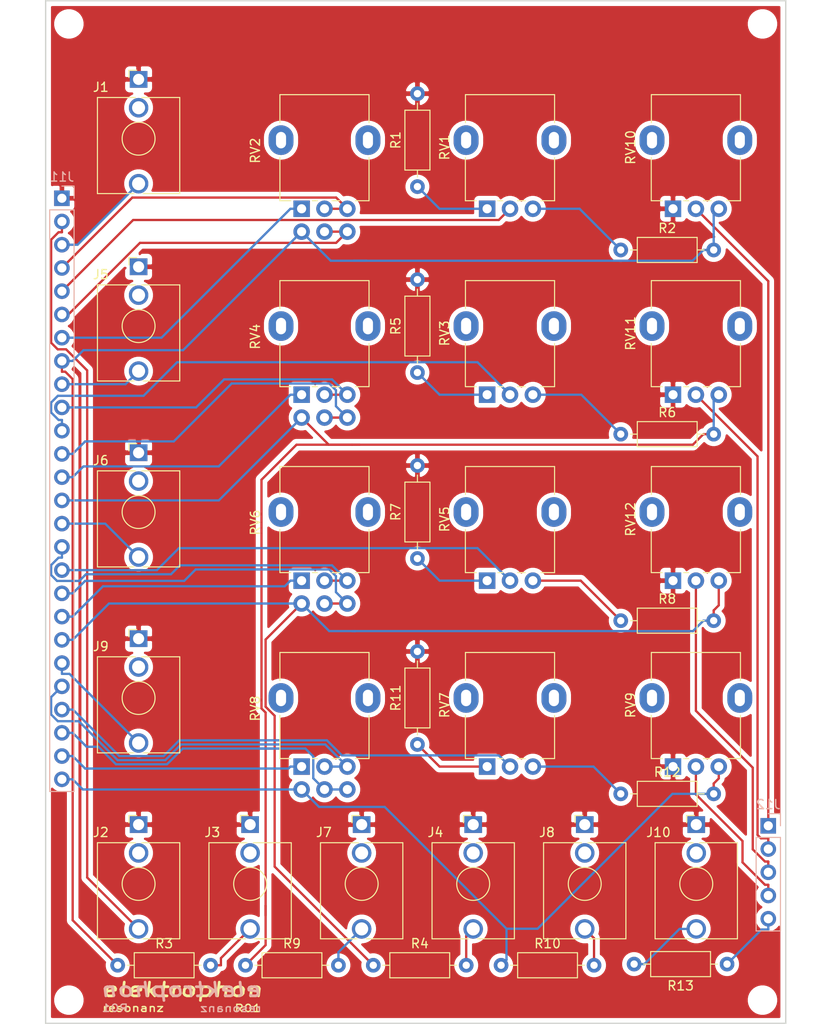
<source format=kicad_pcb>
(kicad_pcb (version 20171130) (host pcbnew 5.1.6-c6e7f7d~86~ubuntu20.04.1)
  (title_block (title resonanz) (date 2020-06-13) (rev R01) (comment 1 "PCB for mount circuit") (comment 2 "resonant band pass filter") (comment 4 "License CC BY 4.0 - Attribution 4.0 International"))
  (layers (0 F.Cu signal) (31 B.Cu signal) (34 B.Paste user) (35 F.Paste user) (36 B.SilkS user) (37 F.SilkS user) (38 B.Mask user) (39 F.Mask user) (44 Edge.Cuts user))
  (net 0 "")
  (net 1 GND)
  (net 2 "Net-(J10-PadT)")
  (net 3 "Net-(J3-PadT)")
  (net 4 OUT_1)
  (net 5 "Net-(R1-Pad1)")
  (net 6 "Net-(R5-Pad1)")
  (net 7 IN_1)
  (net 8 IN)
  (net 9 IN_2)
  (net 10 OUT)
  (net 11 OUT_3)
  (net 12 FREQ_3_c)
  (net 13 FREQ_3_b)
  (net 14 FREQ_3_a)
  (net 15 RES_3)
  (net 16 IN_3)
  (net 17 OUT_2)
  (net 18 FREQ_2_c)
  (net 19 FREQ_2_b)
  (net 20 FREQ_2_a)
  (net 21 RES_2)
  (net 22 FREQ_1_c)
  (net 23 FREQ_1_b)
  (net 24 FREQ_1_a)
  (net 25 RES_1)
  (net 26 "Net-(R8-Pad1)")
  (net 27 IN_4)
  (net 28 OUT_4)
  (net 29 FREQ_4_b)
  (net 30 FREQ_4_c)
  (net 31 RES_4)
  (net 32 FREQ_4_a)
  (net 33 MIX_4)
  (net 34 MIX_3)
  (net 35 MIX_2)
  (net 36 MIX_1)
  (net 37 "Net-(R11-Pad1)")
  (net 38 "Net-(R12-Pad1)")
  (net 39 "Net-(J4-PadT)")
  (net 40 "Net-(J7-PadT)")
  (net 41 "Net-(J8-PadT)")
  (net 42 "Net-(R2-Pad1)")
  (net 43 "Net-(R6-Pad1)")
  (net 44 "Net-(R7-Pad1)")
  (module "elektrophon:elektrophon logo" (layer F.Cu) (at 55.626 149.733)
    (fp_text reference REF** hide)
    (fp_text value "elektrophon logo" hide)
    (fp_text user resonanz (at -8.88 1) (layer F.SilkS) (effects (font (size 0.8 1)) (justify left)))
    (fp_text user elektrophon (at 0 -1.016) (layer F.SilkS) (effects (font (size 1.5 2) (thickness 0.3) italic)))
  )
  (module Connector_PinHeader_2.54mm:PinHeader_1x05_P2.54mm_Vertical (layer B.Cu) (at 119.634 130.81 180)
    (fp_text reference J12 (at 0 2.33) (layer B.SilkS) (effects (justify mirror)))
    (fp_text value Conn_01x05_Male)
    (pad 5 thru_hole oval (at 0 -10.16 180) (size 1.7 1.7) (drill 1) (layers *.Cu *.Mask) (net 10 OUT))
    (pad 4 thru_hole oval (at 0 -7.62 180) (size 1.7 1.7) (drill 1) (layers *.Cu *.Mask) (net 33 MIX_4))
    (pad 3 thru_hole oval (at 0 -5.08 180) (size 1.7 1.7) (drill 1) (layers *.Cu *.Mask) (net 34 MIX_3))
    (pad 2 thru_hole oval (at 0 -2.54 180) (size 1.7 1.7) (drill 1) (layers *.Cu *.Mask) (net 35 MIX_2))
    (pad 1 thru_hole rect (at 0 0 180) (size 1.7 1.7) (drill 1) (layers *.Cu *.Mask) (net 36 MIX_1))
  )
  (module Connector_PinHeader_2.54mm:PinHeader_1x26_P2.54mm_Vertical (layer B.Cu) (at 42.418 62.23 180)
    (fp_text reference J11 (at 0 2.33) (layer B.SilkS) (effects (justify mirror)))
    (fp_text value Conn_01x26_Male)
    (pad 26 thru_hole oval (at 0 -63.5 180) (size 1.7 1.7) (drill 1) (layers *.Cu *.Mask) (net 28 OUT_4))
    (pad 25 thru_hole oval (at 0 -60.96 180) (size 1.7 1.7) (drill 1) (layers *.Cu *.Mask) (net 29 FREQ_4_b))
    (pad 24 thru_hole oval (at 0 -58.42 180) (size 1.7 1.7) (drill 1) (layers *.Cu *.Mask) (net 30 FREQ_4_c))
    (pad 23 thru_hole oval (at 0 -55.88 180) (size 1.7 1.7) (drill 1) (layers *.Cu *.Mask) (net 31 RES_4))
    (pad 22 thru_hole oval (at 0 -53.34 180) (size 1.7 1.7) (drill 1) (layers *.Cu *.Mask) (net 32 FREQ_4_a))
    (pad 21 thru_hole oval (at 0 -50.8 180) (size 1.7 1.7) (drill 1) (layers *.Cu *.Mask) (net 27 IN_4))
    (pad 20 thru_hole oval (at 0 -48.26 180) (size 1.7 1.7) (drill 1) (layers *.Cu *.Mask) (net 11 OUT_3))
    (pad 19 thru_hole oval (at 0 -45.72 180) (size 1.7 1.7) (drill 1) (layers *.Cu *.Mask) (net 13 FREQ_3_b))
    (pad 18 thru_hole oval (at 0 -43.18 180) (size 1.7 1.7) (drill 1) (layers *.Cu *.Mask) (net 12 FREQ_3_c))
    (pad 17 thru_hole oval (at 0 -40.64 180) (size 1.7 1.7) (drill 1) (layers *.Cu *.Mask) (net 15 RES_3))
    (pad 16 thru_hole oval (at 0 -38.1 180) (size 1.7 1.7) (drill 1) (layers *.Cu *.Mask) (net 14 FREQ_3_a))
    (pad 15 thru_hole oval (at 0 -35.56 180) (size 1.7 1.7) (drill 1) (layers *.Cu *.Mask) (net 16 IN_3))
    (pad 14 thru_hole oval (at 0 -33.02 180) (size 1.7 1.7) (drill 1) (layers *.Cu *.Mask) (net 17 OUT_2))
    (pad 13 thru_hole oval (at 0 -30.48 180) (size 1.7 1.7) (drill 1) (layers *.Cu *.Mask) (net 19 FREQ_2_b))
    (pad 12 thru_hole oval (at 0 -27.94 180) (size 1.7 1.7) (drill 1) (layers *.Cu *.Mask) (net 18 FREQ_2_c))
    (pad 11 thru_hole oval (at 0 -25.4 180) (size 1.7 1.7) (drill 1) (layers *.Cu *.Mask) (net 21 RES_2))
    (pad 10 thru_hole oval (at 0 -22.86 180) (size 1.7 1.7) (drill 1) (layers *.Cu *.Mask) (net 20 FREQ_2_a))
    (pad 9 thru_hole oval (at 0 -20.32 180) (size 1.7 1.7) (drill 1) (layers *.Cu *.Mask) (net 9 IN_2))
    (pad 8 thru_hole oval (at 0 -17.78 180) (size 1.7 1.7) (drill 1) (layers *.Cu *.Mask) (net 4 OUT_1))
    (pad 7 thru_hole oval (at 0 -15.24 180) (size 1.7 1.7) (drill 1) (layers *.Cu *.Mask) (net 23 FREQ_1_b))
    (pad 6 thru_hole oval (at 0 -12.7 180) (size 1.7 1.7) (drill 1) (layers *.Cu *.Mask) (net 22 FREQ_1_c))
    (pad 5 thru_hole oval (at 0 -10.16 180) (size 1.7 1.7) (drill 1) (layers *.Cu *.Mask) (net 25 RES_1))
    (pad 4 thru_hole oval (at 0 -7.62 180) (size 1.7 1.7) (drill 1) (layers *.Cu *.Mask) (net 24 FREQ_1_a))
    (pad 3 thru_hole oval (at 0 -5.08 180) (size 1.7 1.7) (drill 1) (layers *.Cu *.Mask) (net 7 IN_1))
    (pad 2 thru_hole oval (at 0 -2.54 180) (size 1.7 1.7) (drill 1) (layers *.Cu *.Mask) (net 8 IN))
    (pad 1 thru_hole rect (at 0 0 180) (size 1.7 1.7) (drill 1) (layers *.Cu *.Mask) (net 1 GND))
  )
  (module Resistor_THT:R_Axial_DIN0207_L6.3mm_D2.5mm_P10.16mm_Horizontal (layer F.Cu) (at 103.505 127.318)
    (fp_text reference R12 (at 5.08 -2.37) (layer F.SilkS))
    (fp_text value 22k)
    (pad 2 thru_hole oval (at 10.16 0) (size 1.6 1.6) (drill 0.8) (layers *.Cu *.Mask) (net 28 OUT_4))
    (pad 1 thru_hole circle (at 0 0) (size 1.6 1.6) (drill 0.8) (layers *.Cu *.Mask) (net 38 "Net-(R12-Pad1)"))
  )
  (module Resistor_THT:R_Axial_DIN0207_L6.3mm_D2.5mm_P10.16mm_Horizontal (layer F.Cu) (at 103.505 108.394)
    (fp_text reference R8 (at 5.08 -2.37) (layer F.SilkS))
    (fp_text value 22k)
    (pad 2 thru_hole oval (at 10.16 0) (size 1.6 1.6) (drill 0.8) (layers *.Cu *.Mask) (net 11 OUT_3))
    (pad 1 thru_hole circle (at 0 0) (size 1.6 1.6) (drill 0.8) (layers *.Cu *.Mask) (net 26 "Net-(R8-Pad1)"))
  )
  (module Resistor_THT:R_Axial_DIN0207_L6.3mm_D2.5mm_P10.16mm_Horizontal (layer F.Cu) (at 103.505 88.011)
    (fp_text reference R6 (at 5.08 -2.37) (layer F.SilkS))
    (fp_text value 22k)
    (pad 2 thru_hole oval (at 10.16 0) (size 1.6 1.6) (drill 0.8) (layers *.Cu *.Mask) (net 17 OUT_2))
    (pad 1 thru_hole circle (at 0 0) (size 1.6 1.6) (drill 0.8) (layers *.Cu *.Mask) (net 43 "Net-(R6-Pad1)"))
  )
  (module "elektrophon:elektrophon logo" (layer F.Cu) (at 55.499 149.733)
    (fp_text reference REF** hide)
    (fp_text value "elektrophon logo" hide)
    (fp_text user resonanz (at 8.84 1.02) (layer B.SilkS) (effects (font (size 0.8 1)) (justify left mirror)))
    (fp_text user R01 (at -8.83 1) (layer B.SilkS) (effects (font (size 0.8 1)) (justify right mirror)))
    (fp_text user elektrophon (at 0 -1.016) (layer B.SilkS) (effects (font (size 1.5 2) (thickness 0.3) italic) (justify mirror)))
    (fp_text user R01 (at 8.8 1.02) (layer F.SilkS) (effects (font (size 0.8 1)) (justify right)))
  )
  (module elektrophon:Potentiometer_Alpha_RD902F-40-00D_Dual_Vertical (layer F.Cu) (at 71.12 116.84 90)
    (fp_text reference RV8 (at -1.15 -7.56 270) (layer F.SilkS))
    (fp_text value 100k)
    (pad 4 thru_hole circle (at -10 -2.5 180) (size 1.8 1.8) (drill 1) (layers *.Cu *.Mask) (net 28 OUT_4))
    (pad 5 thru_hole circle (at -10 0 180) (size 1.8 1.8) (drill 1) (layers *.Cu *.Mask) (net 30 FREQ_4_c))
    (pad 6 thru_hole circle (at -10 2.5 180) (size 1.8 1.8) (drill 1) (layers *.Cu *.Mask) (net 30 FREQ_4_c))
    (pad "" thru_hole oval (at 0 -4.75 180) (size 2.72 3.24) (drill oval 1.1 1.8) (layers *.Cu *.Mask))
    (pad "" thru_hole oval (at 0 4.75 180) (size 2.72 3.24) (drill oval 1.1 1.8) (layers *.Cu *.Mask))
    (pad 3 thru_hole circle (at -7.5 2.5 180) (size 1.8 1.8) (drill 1) (layers *.Cu *.Mask) (net 32 FREQ_4_a))
    (pad 2 thru_hole circle (at -7.5 0 180) (size 1.8 1.8) (drill 1) (layers *.Cu *.Mask) (net 32 FREQ_4_a))
    (pad 1 thru_hole rect (at -7.5 -2.5 180) (size 1.8 1.8) (drill 1) (layers *.Cu *.Mask) (net 29 FREQ_4_b))
  )
  (module elektrophon:Potentiometer_Alpha_RD902F-40-00D_Dual_Vertical (layer F.Cu) (at 71.12 96.52 90)
    (fp_text reference RV6 (at -1.15 -7.56 270) (layer F.SilkS))
    (fp_text value 100k)
    (pad 4 thru_hole circle (at -10 -2.5 180) (size 1.8 1.8) (drill 1) (layers *.Cu *.Mask) (net 11 OUT_3))
    (pad 5 thru_hole circle (at -10 0 180) (size 1.8 1.8) (drill 1) (layers *.Cu *.Mask) (net 12 FREQ_3_c))
    (pad 6 thru_hole circle (at -10 2.5 180) (size 1.8 1.8) (drill 1) (layers *.Cu *.Mask) (net 12 FREQ_3_c))
    (pad "" thru_hole oval (at 0 -4.75 180) (size 2.72 3.24) (drill oval 1.1 1.8) (layers *.Cu *.Mask))
    (pad "" thru_hole oval (at 0 4.75 180) (size 2.72 3.24) (drill oval 1.1 1.8) (layers *.Cu *.Mask))
    (pad 3 thru_hole circle (at -7.5 2.5 180) (size 1.8 1.8) (drill 1) (layers *.Cu *.Mask) (net 14 FREQ_3_a))
    (pad 2 thru_hole circle (at -7.5 0 180) (size 1.8 1.8) (drill 1) (layers *.Cu *.Mask) (net 14 FREQ_3_a))
    (pad 1 thru_hole rect (at -7.5 -2.5 180) (size 1.8 1.8) (drill 1) (layers *.Cu *.Mask) (net 13 FREQ_3_b))
  )
  (module elektrophon:Potentiometer_Alpha_RD902F-40-00D_Dual_Vertical (layer F.Cu) (at 71.12 76.2 90)
    (fp_text reference RV4 (at -1.15 -7.56 270) (layer F.SilkS))
    (fp_text value 100k)
    (pad 4 thru_hole circle (at -10 -2.5 180) (size 1.8 1.8) (drill 1) (layers *.Cu *.Mask) (net 17 OUT_2))
    (pad 5 thru_hole circle (at -10 0 180) (size 1.8 1.8) (drill 1) (layers *.Cu *.Mask) (net 18 FREQ_2_c))
    (pad 6 thru_hole circle (at -10 2.5 180) (size 1.8 1.8) (drill 1) (layers *.Cu *.Mask) (net 18 FREQ_2_c))
    (pad "" thru_hole oval (at 0 -4.75 180) (size 2.72 3.24) (drill oval 1.1 1.8) (layers *.Cu *.Mask))
    (pad "" thru_hole oval (at 0 4.75 180) (size 2.72 3.24) (drill oval 1.1 1.8) (layers *.Cu *.Mask))
    (pad 3 thru_hole circle (at -7.5 2.5 180) (size 1.8 1.8) (drill 1) (layers *.Cu *.Mask) (net 20 FREQ_2_a))
    (pad 2 thru_hole circle (at -7.5 0 180) (size 1.8 1.8) (drill 1) (layers *.Cu *.Mask) (net 20 FREQ_2_a))
    (pad 1 thru_hole rect (at -7.5 -2.5 180) (size 1.8 1.8) (drill 1) (layers *.Cu *.Mask) (net 19 FREQ_2_b))
  )
  (module elektrophon:Potentiometer_Alpha_RD902F-40-00D_Dual_Vertical (layer F.Cu) (at 71.12 55.88 90)
    (fp_text reference RV2 (at -1.15 -7.56 270) (layer F.SilkS))
    (fp_text value 100k)
    (pad 4 thru_hole circle (at -10 -2.5 180) (size 1.8 1.8) (drill 1) (layers *.Cu *.Mask) (net 4 OUT_1))
    (pad 5 thru_hole circle (at -10 0 180) (size 1.8 1.8) (drill 1) (layers *.Cu *.Mask) (net 22 FREQ_1_c))
    (pad 6 thru_hole circle (at -10 2.5 180) (size 1.8 1.8) (drill 1) (layers *.Cu *.Mask) (net 22 FREQ_1_c))
    (pad "" thru_hole oval (at 0 -4.75 180) (size 2.72 3.24) (drill oval 1.1 1.8) (layers *.Cu *.Mask))
    (pad "" thru_hole oval (at 0 4.75 180) (size 2.72 3.24) (drill oval 1.1 1.8) (layers *.Cu *.Mask))
    (pad 3 thru_hole circle (at -7.5 2.5 180) (size 1.8 1.8) (drill 1) (layers *.Cu *.Mask) (net 24 FREQ_1_a))
    (pad 2 thru_hole circle (at -7.5 0 180) (size 1.8 1.8) (drill 1) (layers *.Cu *.Mask) (net 24 FREQ_1_a))
    (pad 1 thru_hole rect (at -7.5 -2.5 180) (size 1.8 1.8) (drill 1) (layers *.Cu *.Mask) (net 23 FREQ_1_b))
  )
  (module elektrophon:Potentiometer_Alpha_RD901F-40-00D_Single_Vertical (layer F.Cu) (at 111.76 116.84 90)
    (fp_text reference RV9 (at -0.79 -7.18 270) (layer F.SilkS))
    (fp_text value 100k)
    (pad "" thru_hole oval (at 0 -4.84 180) (size 2.72 3.24) (drill oval 1.1 1.8) (layers *.Cu *.Mask))
    (pad "" thru_hole oval (at 0 4.76 180) (size 2.72 3.24) (drill oval 1.1 1.8) (layers *.Cu *.Mask))
    (pad 3 thru_hole circle (at -7.5 2.46 180) (size 1.8 1.8) (drill 1) (layers *.Cu *.Mask) (net 28 OUT_4))
    (pad 2 thru_hole circle (at -7.5 -0.04 180) (size 1.8 1.8) (drill 1) (layers *.Cu *.Mask) (net 33 MIX_4))
    (pad 1 thru_hole rect (at -7.5 -2.54 180) (size 1.8 1.8) (drill 1) (layers *.Cu *.Mask) (net 1 GND))
  )
  (module elektrophon:Potentiometer_Alpha_RD901F-40-00D_Single_Vertical (layer F.Cu) (at 91.44 116.84 90)
    (fp_text reference RV7 (at -0.79 -7.18 270) (layer F.SilkS))
    (fp_text value 50k)
    (pad "" thru_hole oval (at 0 -4.84 180) (size 2.72 3.24) (drill oval 1.1 1.8) (layers *.Cu *.Mask))
    (pad "" thru_hole oval (at 0 4.76 180) (size 2.72 3.24) (drill oval 1.1 1.8) (layers *.Cu *.Mask))
    (pad 3 thru_hole circle (at -7.5 2.46 180) (size 1.8 1.8) (drill 1) (layers *.Cu *.Mask) (net 38 "Net-(R12-Pad1)"))
    (pad 2 thru_hole circle (at -7.5 -0.04 180) (size 1.8 1.8) (drill 1) (layers *.Cu *.Mask) (net 31 RES_4))
    (pad 1 thru_hole rect (at -7.5 -2.54 180) (size 1.8 1.8) (drill 1) (layers *.Cu *.Mask) (net 37 "Net-(R11-Pad1)"))
  )
  (module Resistor_THT:R_Axial_DIN0207_L6.3mm_D2.5mm_P10.16mm_Horizontal (layer F.Cu) (at 81.28 121.92 90)
    (fp_text reference R11 (at 5.08 -2.37 90) (layer F.SilkS))
    (fp_text value 470)
    (pad 2 thru_hole oval (at 10.16 0 90) (size 1.6 1.6) (drill 0.8) (layers *.Cu *.Mask) (net 1 GND))
    (pad 1 thru_hole circle (at 0 0 90) (size 1.6 1.6) (drill 0.8) (layers *.Cu *.Mask) (net 37 "Net-(R11-Pad1)"))
  )
  (module Resistor_THT:R_Axial_DIN0207_L6.3mm_D2.5mm_P10.16mm_Horizontal (layer F.Cu) (at 90.424 146.05)
    (fp_text reference R10 (at 5.08 -2.37) (layer F.SilkS))
    (fp_text value 1k)
    (pad 2 thru_hole oval (at 10.16 0) (size 1.6 1.6) (drill 0.8) (layers *.Cu *.Mask) (net 41 "Net-(J8-PadT)"))
    (pad 1 thru_hole circle (at 0 0) (size 1.6 1.6) (drill 0.8) (layers *.Cu *.Mask) (net 28 OUT_4))
  )
  (module elektrophon:Jack_3.5mm_WQP-PJ398SM_Vertical (layer F.Cu) (at 50.8 116.84)
    (fp_text reference J9 (at -4.13 -5.63) (layer F.SilkS))
    (fp_text value AudioJack2_SwitchT)
    (pad TN thru_hole circle (at 0 -3.38 180) (size 2.13 2.13) (drill 1.42) (layers *.Cu *.Mask))
    (pad S thru_hole rect (at 0 -6.48 180) (size 1.93 1.83) (drill 1.22) (layers *.Cu *.Mask) (net 1 GND))
    (pad T thru_hole circle (at 0 4.92 180) (size 2.13 2.13) (drill 1.43) (layers *.Cu *.Mask) (net 27 IN_4))
  )
  (module elektrophon:Jack_3.5mm_WQP-PJ398SM_Vertical (layer F.Cu) (at 99.568 137.16)
    (fp_text reference J8 (at -4.13 -5.63) (layer F.SilkS))
    (fp_text value AudioJack2_SwitchT)
    (pad TN thru_hole circle (at 0 -3.38 180) (size 2.13 2.13) (drill 1.42) (layers *.Cu *.Mask))
    (pad S thru_hole rect (at 0 -6.48 180) (size 1.93 1.83) (drill 1.22) (layers *.Cu *.Mask) (net 1 GND))
    (pad T thru_hole circle (at 0 4.92 180) (size 2.13 2.13) (drill 1.43) (layers *.Cu *.Mask) (net 41 "Net-(J8-PadT)"))
  )
  (module Resistor_THT:R_Axial_DIN0207_L6.3mm_D2.5mm_P10.16mm_Horizontal (layer F.Cu) (at 103.505 67.8815)
    (fp_text reference R2 (at 5.08 -2.37) (layer F.SilkS))
    (fp_text value 22k)
    (pad 2 thru_hole oval (at 10.16 0) (size 1.6 1.6) (drill 0.8) (layers *.Cu *.Mask) (net 4 OUT_1))
    (pad 1 thru_hole circle (at 0 0) (size 1.6 1.6) (drill 0.8) (layers *.Cu *.Mask) (net 42 "Net-(R2-Pad1)"))
  )
  (module Resistor_THT:R_Axial_DIN0207_L6.3mm_D2.5mm_P10.16mm_Horizontal (layer F.Cu) (at 115.126 145.923 180)
    (fp_text reference R13 (at 5.08 -2.37) (layer F.SilkS))
    (fp_text value 1k)
    (pad 2 thru_hole oval (at 10.16 0 180) (size 1.6 1.6) (drill 0.8) (layers *.Cu *.Mask) (net 2 "Net-(J10-PadT)"))
    (pad 1 thru_hole circle (at 0 0 180) (size 1.6 1.6) (drill 0.8) (layers *.Cu *.Mask) (net 10 OUT))
  )
  (module elektrophon:Potentiometer_Alpha_RD901F-40-00D_Single_Vertical (layer F.Cu) (at 111.76 96.52 90)
    (fp_text reference RV12 (at -0.79 -7.18 270) (layer F.SilkS))
    (fp_text value 100k)
    (pad "" thru_hole oval (at 0 -4.84 180) (size 2.72 3.24) (drill oval 1.1 1.8) (layers *.Cu *.Mask))
    (pad "" thru_hole oval (at 0 4.76 180) (size 2.72 3.24) (drill oval 1.1 1.8) (layers *.Cu *.Mask))
    (pad 3 thru_hole circle (at -7.5 2.46 180) (size 1.8 1.8) (drill 1) (layers *.Cu *.Mask) (net 11 OUT_3))
    (pad 2 thru_hole circle (at -7.5 -0.04 180) (size 1.8 1.8) (drill 1) (layers *.Cu *.Mask) (net 34 MIX_3))
    (pad 1 thru_hole rect (at -7.5 -2.54 180) (size 1.8 1.8) (drill 1) (layers *.Cu *.Mask) (net 1 GND))
  )
  (module elektrophon:Potentiometer_Alpha_RD901F-40-00D_Single_Vertical (layer F.Cu) (at 111.76 76.2 90)
    (fp_text reference RV11 (at -0.79 -7.18 270) (layer F.SilkS))
    (fp_text value 100k)
    (pad "" thru_hole oval (at 0 -4.84 180) (size 2.72 3.24) (drill oval 1.1 1.8) (layers *.Cu *.Mask))
    (pad "" thru_hole oval (at 0 4.76 180) (size 2.72 3.24) (drill oval 1.1 1.8) (layers *.Cu *.Mask))
    (pad 3 thru_hole circle (at -7.5 2.46 180) (size 1.8 1.8) (drill 1) (layers *.Cu *.Mask) (net 17 OUT_2))
    (pad 2 thru_hole circle (at -7.5 -0.04 180) (size 1.8 1.8) (drill 1) (layers *.Cu *.Mask) (net 35 MIX_2))
    (pad 1 thru_hole rect (at -7.5 -2.54 180) (size 1.8 1.8) (drill 1) (layers *.Cu *.Mask) (net 1 GND))
  )
  (module elektrophon:Potentiometer_Alpha_RD901F-40-00D_Single_Vertical (layer F.Cu) (at 111.76 55.88 90)
    (fp_text reference RV10 (at -0.79 -7.18 270) (layer F.SilkS))
    (fp_text value 100k)
    (pad "" thru_hole oval (at 0 -4.84 180) (size 2.72 3.24) (drill oval 1.1 1.8) (layers *.Cu *.Mask))
    (pad "" thru_hole oval (at 0 4.76 180) (size 2.72 3.24) (drill oval 1.1 1.8) (layers *.Cu *.Mask))
    (pad 3 thru_hole circle (at -7.5 2.46 180) (size 1.8 1.8) (drill 1) (layers *.Cu *.Mask) (net 4 OUT_1))
    (pad 2 thru_hole circle (at -7.5 -0.04 180) (size 1.8 1.8) (drill 1) (layers *.Cu *.Mask) (net 36 MIX_1))
    (pad 1 thru_hole rect (at -7.5 -2.54 180) (size 1.8 1.8) (drill 1) (layers *.Cu *.Mask) (net 1 GND))
  )
  (module elektrophon:Potentiometer_Alpha_RD901F-40-00D_Single_Vertical (layer F.Cu) (at 91.44 96.52 90)
    (fp_text reference RV5 (at -0.79 -7.18 270) (layer F.SilkS))
    (fp_text value 50k)
    (pad "" thru_hole oval (at 0 -4.84 180) (size 2.72 3.24) (drill oval 1.1 1.8) (layers *.Cu *.Mask))
    (pad "" thru_hole oval (at 0 4.76 180) (size 2.72 3.24) (drill oval 1.1 1.8) (layers *.Cu *.Mask))
    (pad 3 thru_hole circle (at -7.5 2.46 180) (size 1.8 1.8) (drill 1) (layers *.Cu *.Mask) (net 26 "Net-(R8-Pad1)"))
    (pad 2 thru_hole circle (at -7.5 -0.04 180) (size 1.8 1.8) (drill 1) (layers *.Cu *.Mask) (net 15 RES_3))
    (pad 1 thru_hole rect (at -7.5 -2.54 180) (size 1.8 1.8) (drill 1) (layers *.Cu *.Mask) (net 44 "Net-(R7-Pad1)"))
  )
  (module elektrophon:Potentiometer_Alpha_RD901F-40-00D_Single_Vertical (layer F.Cu) (at 91.44 76.2 90)
    (fp_text reference RV3 (at -0.79 -7.18 270) (layer F.SilkS))
    (fp_text value 50k)
    (pad "" thru_hole oval (at 0 -4.84 180) (size 2.72 3.24) (drill oval 1.1 1.8) (layers *.Cu *.Mask))
    (pad "" thru_hole oval (at 0 4.76 180) (size 2.72 3.24) (drill oval 1.1 1.8) (layers *.Cu *.Mask))
    (pad 3 thru_hole circle (at -7.5 2.46 180) (size 1.8 1.8) (drill 1) (layers *.Cu *.Mask) (net 43 "Net-(R6-Pad1)"))
    (pad 2 thru_hole circle (at -7.5 -0.04 180) (size 1.8 1.8) (drill 1) (layers *.Cu *.Mask) (net 21 RES_2))
    (pad 1 thru_hole rect (at -7.5 -2.54 180) (size 1.8 1.8) (drill 1) (layers *.Cu *.Mask) (net 6 "Net-(R5-Pad1)"))
  )
  (module Resistor_THT:R_Axial_DIN0207_L6.3mm_D2.5mm_P10.16mm_Horizontal (layer F.Cu) (at 76.454 146.05)
    (fp_text reference R4 (at 5.08 -2.37) (layer F.SilkS))
    (fp_text value 1k)
    (pad 2 thru_hole oval (at 10.16 0) (size 1.6 1.6) (drill 0.8) (layers *.Cu *.Mask) (net 39 "Net-(J4-PadT)"))
    (pad 1 thru_hole circle (at 0 0) (size 1.6 1.6) (drill 0.8) (layers *.Cu *.Mask) (net 11 OUT_3))
  )
  (module Resistor_THT:R_Axial_DIN0207_L6.3mm_D2.5mm_P10.16mm_Horizontal (layer F.Cu) (at 81.28 101.6 90)
    (fp_text reference R7 (at 5.08 -2.37 90) (layer F.SilkS))
    (fp_text value 470)
    (pad 2 thru_hole oval (at 10.16 0 90) (size 1.6 1.6) (drill 0.8) (layers *.Cu *.Mask) (net 1 GND))
    (pad 1 thru_hole circle (at 0 0 90) (size 1.6 1.6) (drill 0.8) (layers *.Cu *.Mask) (net 44 "Net-(R7-Pad1)"))
  )
  (module Resistor_THT:R_Axial_DIN0207_L6.3mm_D2.5mm_P10.16mm_Horizontal (layer F.Cu) (at 62.484 146.05)
    (fp_text reference R9 (at 5.08 -2.37) (layer F.SilkS))
    (fp_text value 1k)
    (pad 2 thru_hole oval (at 10.16 0) (size 1.6 1.6) (drill 0.8) (layers *.Cu *.Mask) (net 40 "Net-(J7-PadT)"))
    (pad 1 thru_hole circle (at 0 0) (size 1.6 1.6) (drill 0.8) (layers *.Cu *.Mask) (net 17 OUT_2))
  )
  (module Resistor_THT:R_Axial_DIN0207_L6.3mm_D2.5mm_P10.16mm_Horizontal (layer F.Cu) (at 81.28 81.28 90)
    (fp_text reference R5 (at 5.08 -2.37 90) (layer F.SilkS))
    (fp_text value 470)
    (pad 2 thru_hole oval (at 10.16 0 90) (size 1.6 1.6) (drill 0.8) (layers *.Cu *.Mask) (net 1 GND))
    (pad 1 thru_hole circle (at 0 0 90) (size 1.6 1.6) (drill 0.8) (layers *.Cu *.Mask) (net 6 "Net-(R5-Pad1)"))
  )
  (module Resistor_THT:R_Axial_DIN0207_L6.3mm_D2.5mm_P10.16mm_Horizontal (layer F.Cu) (at 48.514 146.05)
    (fp_text reference R3 (at 5.08 -2.37) (layer F.SilkS))
    (fp_text value 1k)
    (pad 2 thru_hole oval (at 10.16 0) (size 1.6 1.6) (drill 0.8) (layers *.Cu *.Mask) (net 3 "Net-(J3-PadT)"))
    (pad 1 thru_hole circle (at 0 0) (size 1.6 1.6) (drill 0.8) (layers *.Cu *.Mask) (net 4 OUT_1))
  )
  (module Resistor_THT:R_Axial_DIN0207_L6.3mm_D2.5mm_P10.16mm_Horizontal (layer F.Cu) (at 81.28 60.96 90)
    (fp_text reference R1 (at 5.08 -2.37 90) (layer F.SilkS))
    (fp_text value 470)
    (pad 2 thru_hole oval (at 10.16 0 90) (size 1.6 1.6) (drill 0.8) (layers *.Cu *.Mask) (net 1 GND))
    (pad 1 thru_hole circle (at 0 0 90) (size 1.6 1.6) (drill 0.8) (layers *.Cu *.Mask) (net 5 "Net-(R1-Pad1)"))
  )
  (module elektrophon:Jack_3.5mm_WQP-PJ398SM_Vertical (layer F.Cu) (at 111.76 137.16)
    (fp_text reference J10 (at -4.13 -5.63) (layer F.SilkS))
    (fp_text value AudioJack2_SwitchT)
    (pad TN thru_hole circle (at 0 -3.38 180) (size 2.13 2.13) (drill 1.42) (layers *.Cu *.Mask))
    (pad S thru_hole rect (at 0 -6.48 180) (size 1.93 1.83) (drill 1.22) (layers *.Cu *.Mask) (net 1 GND))
    (pad T thru_hole circle (at 0 4.92 180) (size 2.13 2.13) (drill 1.43) (layers *.Cu *.Mask) (net 2 "Net-(J10-PadT)"))
  )
  (module elektrophon:Jack_3.5mm_WQP-PJ398SM_Vertical (layer F.Cu) (at 87.376 137.16)
    (fp_text reference J4 (at -4.13 -5.63) (layer F.SilkS))
    (fp_text value AudioJack2_SwitchT)
    (pad TN thru_hole circle (at 0 -3.38 180) (size 2.13 2.13) (drill 1.42) (layers *.Cu *.Mask))
    (pad S thru_hole rect (at 0 -6.48 180) (size 1.93 1.83) (drill 1.22) (layers *.Cu *.Mask) (net 1 GND))
    (pad T thru_hole circle (at 0 4.92 180) (size 2.13 2.13) (drill 1.43) (layers *.Cu *.Mask) (net 39 "Net-(J4-PadT)"))
  )
  (module elektrophon:Jack_3.5mm_WQP-PJ398SM_Vertical (layer F.Cu) (at 50.8 96.52)
    (fp_text reference J6 (at -4.13 -5.63) (layer F.SilkS))
    (fp_text value AudioJack2_SwitchT)
    (pad TN thru_hole circle (at 0 -3.38 180) (size 2.13 2.13) (drill 1.42) (layers *.Cu *.Mask))
    (pad S thru_hole rect (at 0 -6.48 180) (size 1.93 1.83) (drill 1.22) (layers *.Cu *.Mask) (net 1 GND))
    (pad T thru_hole circle (at 0 4.92 180) (size 2.13 2.13) (drill 1.43) (layers *.Cu *.Mask) (net 16 IN_3))
  )
  (module elektrophon:Jack_3.5mm_WQP-PJ398SM_Vertical (layer F.Cu) (at 75.184 137.16)
    (fp_text reference J7 (at -4.13 -5.63) (layer F.SilkS))
    (fp_text value AudioJack2_SwitchT)
    (pad TN thru_hole circle (at 0 -3.38 180) (size 2.13 2.13) (drill 1.42) (layers *.Cu *.Mask))
    (pad S thru_hole rect (at 0 -6.48 180) (size 1.93 1.83) (drill 1.22) (layers *.Cu *.Mask) (net 1 GND))
    (pad T thru_hole circle (at 0 4.92 180) (size 2.13 2.13) (drill 1.43) (layers *.Cu *.Mask) (net 40 "Net-(J7-PadT)"))
  )
  (module elektrophon:Jack_3.5mm_WQP-PJ398SM_Vertical (layer F.Cu) (at 50.8 76.2)
    (fp_text reference J5 (at -4.13 -5.63) (layer F.SilkS))
    (fp_text value AudioJack2_SwitchT)
    (pad TN thru_hole circle (at 0 -3.38 180) (size 2.13 2.13) (drill 1.42) (layers *.Cu *.Mask))
    (pad S thru_hole rect (at 0 -6.48 180) (size 1.93 1.83) (drill 1.22) (layers *.Cu *.Mask) (net 1 GND))
    (pad T thru_hole circle (at 0 4.92 180) (size 2.13 2.13) (drill 1.43) (layers *.Cu *.Mask) (net 9 IN_2))
  )
  (module elektrophon:Jack_3.5mm_WQP-PJ398SM_Vertical (layer F.Cu) (at 62.992 137.16)
    (fp_text reference J3 (at -4.13 -5.63) (layer F.SilkS))
    (fp_text value AudioJack2_SwitchT)
    (pad TN thru_hole circle (at 0 -3.38 180) (size 2.13 2.13) (drill 1.42) (layers *.Cu *.Mask))
    (pad S thru_hole rect (at 0 -6.48 180) (size 1.93 1.83) (drill 1.22) (layers *.Cu *.Mask) (net 1 GND))
    (pad T thru_hole circle (at 0 4.92 180) (size 2.13 2.13) (drill 1.43) (layers *.Cu *.Mask) (net 3 "Net-(J3-PadT)"))
  )
  (module elektrophon:Jack_3.5mm_WQP-PJ398SM_Vertical (layer F.Cu) (at 50.8 137.16)
    (fp_text reference J2 (at -4.13 -5.63) (layer F.SilkS))
    (fp_text value AudioJack2_SwitchT)
    (pad TN thru_hole circle (at 0 -3.38 180) (size 2.13 2.13) (drill 1.42) (layers *.Cu *.Mask))
    (pad S thru_hole rect (at 0 -6.48 180) (size 1.93 1.83) (drill 1.22) (layers *.Cu *.Mask) (net 1 GND))
    (pad T thru_hole circle (at 0 4.92 180) (size 2.13 2.13) (drill 1.43) (layers *.Cu *.Mask) (net 8 IN))
  )
  (module elektrophon:Jack_3.5mm_WQP-PJ398SM_Vertical (layer F.Cu) (at 50.8 55.72)
    (fp_text reference J1 (at -4.13 -5.63) (layer F.SilkS))
    (fp_text value AudioJack2_SwitchT)
    (pad TN thru_hole circle (at 0 -3.38 180) (size 2.13 2.13) (drill 1.42) (layers *.Cu *.Mask))
    (pad S thru_hole rect (at 0 -6.48 180) (size 1.93 1.83) (drill 1.22) (layers *.Cu *.Mask) (net 1 GND))
    (pad T thru_hole circle (at 0 4.92 180) (size 2.13 2.13) (drill 1.43) (layers *.Cu *.Mask) (net 7 IN_1))
  )
  (module MountingHole:MountingHole_2.2mm_M2 (layer F.Cu) (at 119 149.86)
    (fp_text reference H4 hide)
    (fp_text value MountingHole hide)
    (pad 1 np_thru_hole circle (at 0 0) (size 2.2 2.2) (drill 2.2) (layers *.Cu *.Mask))
  )
  (module MountingHole:MountingHole_2.2mm_M2 (layer F.Cu) (at 119 43.18)
    (fp_text reference H3 hide)
    (fp_text value MountingHole hide)
    (pad 1 np_thru_hole circle (at 0 0) (size 2.2 2.2) (drill 2.2) (layers *.Cu *.Mask))
  )
  (module MountingHole:MountingHole_2.2mm_M2 (layer F.Cu) (at 43.18 149.86)
    (fp_text reference H2 hide)
    (fp_text value MountingHole hide)
    (pad 1 np_thru_hole circle (at 0 0) (size 2.2 2.2) (drill 2.2) (layers *.Cu *.Mask))
  )
  (module MountingHole:MountingHole_2.2mm_M2 (layer F.Cu) (at 43.18 43.18)
    (fp_text reference H1 hide)
    (fp_text value MountingHole hide)
    (pad 1 np_thru_hole circle (at 0 0) (size 2.2 2.2) (drill 2.2) (layers *.Cu *.Mask))
  )
  (module elektrophon:Potentiometer_Alpha_RD901F-40-00D_Single_Vertical (layer F.Cu) (at 91.44 55.88 90)
    (fp_text reference RV1 (at -0.79 -7.18 270) (layer F.SilkS))
    (fp_text value 50k)
    (pad "" thru_hole oval (at 0 -4.84 180) (size 2.72 3.24) (drill oval 1.1 1.8) (layers *.Cu *.Mask))
    (pad "" thru_hole oval (at 0 4.76 180) (size 2.72 3.24) (drill oval 1.1 1.8) (layers *.Cu *.Mask))
    (pad 3 thru_hole circle (at -7.5 2.46 180) (size 1.8 1.8) (drill 1) (layers *.Cu *.Mask) (net 42 "Net-(R2-Pad1)"))
    (pad 2 thru_hole circle (at -7.5 -0.04 180) (size 1.8 1.8) (drill 1) (layers *.Cu *.Mask) (net 25 RES_1))
    (pad 1 thru_hole rect (at -7.5 -2.54 180) (size 1.8 1.8) (drill 1) (layers *.Cu *.Mask) (net 5 "Net-(R1-Pad1)"))
  )
  (gr_line (start 40.64 152.4) (end 40.64 40.64) (layer Edge.Cuts) (width 0.15))
  (gr_line (start 40.64 152.4) (end 121.54 152.4) (layer Edge.Cuts) (width 0.15))
  (gr_line (start 121.54 40.64) (end 121.54 152.4) (layer Edge.Cuts) (width 0.15))
  (gr_line (start 40.64 40.64) (end 121.54 40.64) (layer Edge.Cuts) (width 0.15))
  (segment (start 104.966 145.923) (end 106.0913 145.923) (width 0.25) (layer B.Cu) (net 2))
  (segment (start 111.76 142.08) (end 109.9343 142.08) (width 0.25) (layer B.Cu) (net 2))
  (segment (start 109.9343 142.08) (end 106.0913 145.923) (width 0.25) (layer B.Cu) (net 2))
  (segment (start 58.674 146.05) (end 59.7993 146.05) (width 0.25) (layer F.Cu) (net 3))
  (segment (start 62.992 142.08) (end 59.7993 145.2727) (width 0.25) (layer F.Cu) (net 3))
  (segment (start 59.7993 145.2727) (end 59.7993 146.05) (width 0.25) (layer F.Cu) (net 3))
  (segment (start 112.5397 67.8815) (end 111.3608 69.0604) (width 0.25) (layer B.Cu) (net 4))
  (segment (start 42.418 80.01) (end 42.418 81.1853) (width 0.25) (layer F.Cu) (net 4))
  (segment (start 42.418 81.1853) (end 42.7854 81.1853) (width 0.25) (layer F.Cu) (net 4))
  (segment (start 42.7854 81.1853) (end 43.5933 81.9932) (width 0.25) (layer F.Cu) (net 4))
  (segment (start 43.5933 81.9932) (end 43.5933 141.1293) (width 0.25) (layer F.Cu) (net 4))
  (segment (start 43.5933 141.1293) (end 48.514 146.05) (width 0.25) (layer F.Cu) (net 4))
  (segment (start 113.665 67.8815) (end 112.5397 67.8815) (width 0.25) (layer B.Cu) (net 4))
  (segment (start 114.22 63.38) (end 113.665 63.935) (width 0.25) (layer B.Cu) (net 4))
  (segment (start 113.665 63.935) (end 113.665 67.8815) (width 0.25) (layer B.Cu) (net 4))
  (segment (start 42.418 80.01) (end 43.5933 80.01) (width 0.25) (layer B.Cu) (net 4))
  (segment (start 43.5933 80.01) (end 44.7686 78.8347) (width 0.25) (layer B.Cu) (net 4))
  (segment (start 44.7686 78.8347) (end 55.6653 78.8347) (width 0.25) (layer B.Cu) (net 4))
  (segment (start 55.6653 78.8347) (end 68.62 65.88) (width 0.25) (layer B.Cu) (net 4))
  (segment (start 75.7196 69.0604) (end 71.8004 69.0604) (width 0.25) (layer B.Cu) (net 4))
  (segment (start 111.3608 69.0604) (end 75.7196 69.0604) (width 0.25) (layer B.Cu) (net 4))
  (segment (start 71.8004 69.0604) (end 68.62 65.88) (width 0.25) (layer B.Cu) (net 4))
  (segment (start 75.7196 69.0604) (end 74.3004 69.0604) (width 0.25) (layer B.Cu) (net 4))
  (segment (start 88.9 63.38) (end 83.7 63.38) (width 0.25) (layer B.Cu) (net 5))
  (segment (start 83.7 63.38) (end 81.28 60.96) (width 0.25) (layer B.Cu) (net 5))
  (segment (start 88.9 83.7) (end 83.7 83.7) (width 0.25) (layer B.Cu) (net 6))
  (segment (start 83.7 83.7) (end 81.28 81.28) (width 0.25) (layer B.Cu) (net 6))
  (segment (start 50.8 60.64) (end 44.13 67.31) (width 0.25) (layer B.Cu) (net 7))
  (segment (start 44.13 67.31) (end 42.418 67.31) (width 0.25) (layer B.Cu) (net 7))
  (segment (start 42.418 64.77) (end 42.418 65.9453) (width 0.25) (layer F.Cu) (net 8))
  (segment (start 50.8 142.08) (end 45.1819 136.4619) (width 0.25) (layer F.Cu) (net 8))
  (segment (start 45.1819 136.4619) (end 45.1819 81.048) (width 0.25) (layer F.Cu) (net 8))
  (segment (start 45.1819 81.048) (end 42.8739 78.74) (width 0.25) (layer F.Cu) (net 8))
  (segment (start 42.8739 78.74) (end 41.9562 78.74) (width 0.25) (layer F.Cu) (net 8))
  (segment (start 41.9562 78.74) (end 41.2427 78.0265) (width 0.25) (layer F.Cu) (net 8))
  (segment (start 41.2427 78.0265) (end 41.2427 66.7532) (width 0.25) (layer F.Cu) (net 8))
  (segment (start 41.2427 66.7532) (end 42.0506 65.9453) (width 0.25) (layer F.Cu) (net 8))
  (segment (start 42.0506 65.9453) (end 42.418 65.9453) (width 0.25) (layer F.Cu) (net 8))
  (segment (start 50.8 81.12) (end 49.37 82.55) (width 0.25) (layer B.Cu) (net 9))
  (segment (start 49.37 82.55) (end 42.418 82.55) (width 0.25) (layer B.Cu) (net 9))
  (segment (start 119.634 140.97) (end 119.634 142.1453) (width 0.25) (layer B.Cu) (net 10))
  (segment (start 115.126 145.923) (end 118.9037 142.1453) (width 0.25) (layer B.Cu) (net 10))
  (segment (start 118.9037 142.1453) (end 119.634 142.1453) (width 0.25) (layer B.Cu) (net 10))
  (segment (start 112.5397 108.394) (end 111.4033 109.5304) (width 0.25) (layer B.Cu) (net 11))
  (segment (start 113.665 108.394) (end 112.5397 108.394) (width 0.25) (layer B.Cu) (net 11))
  (segment (start 42.418 110.49) (end 43.5933 110.49) (width 0.25) (layer B.Cu) (net 11))
  (segment (start 68.62 106.52) (end 47.5633 106.52) (width 0.25) (layer B.Cu) (net 11))
  (segment (start 47.5633 106.52) (end 43.5933 110.49) (width 0.25) (layer B.Cu) (net 11))
  (segment (start 113.665 108.394) (end 113.665 107.2687) (width 0.25) (layer F.Cu) (net 11))
  (segment (start 114.22 104.02) (end 114.22 106.7137) (width 0.25) (layer F.Cu) (net 11))
  (segment (start 114.22 106.7137) (end 113.665 107.2687) (width 0.25) (layer F.Cu) (net 11))
  (segment (start 65.672047 135.268047) (end 65.672047 118.78501) (width 0.25) (layer F.Cu) (net 11))
  (segment (start 76.454 146.05) (end 65.672047 135.268047) (width 0.25) (layer F.Cu) (net 11))
  (segment (start 64.68499 110.45501) (end 68.62 106.52) (width 0.25) (layer F.Cu) (net 11))
  (segment (start 64.68499 117.797953) (end 64.68499 110.45501) (width 0.25) (layer F.Cu) (net 11))
  (segment (start 65.672047 118.78501) (end 64.68499 117.797953) (width 0.25) (layer F.Cu) (net 11))
  (segment (start 68.62 106.52) (end 71.6304 109.5304) (width 0.25) (layer B.Cu) (net 11))
  (segment (start 71.6304 109.5304) (end 74.4784 109.5304) (width 0.25) (layer B.Cu) (net 11))
  (segment (start 74.4784 109.5304) (end 74.1304 109.5304) (width 0.25) (layer B.Cu) (net 11))
  (segment (start 111.4033 109.5304) (end 74.4784 109.5304) (width 0.25) (layer B.Cu) (net 11))
  (segment (start 43.5933 105.41) (end 44.9579 104.0454) (width 0.25) (layer B.Cu) (net 12))
  (segment (start 44.9579 104.0454) (end 55.789 104.0454) (width 0.25) (layer B.Cu) (net 12))
  (segment (start 55.789 104.0454) (end 57.0398 102.7946) (width 0.25) (layer B.Cu) (net 12))
  (segment (start 57.0398 102.7946) (end 71.6413 102.7946) (width 0.25) (layer B.Cu) (net 12))
  (segment (start 71.6413 102.7946) (end 72.37 103.5233) (width 0.25) (layer B.Cu) (net 12))
  (segment (start 72.37 103.5233) (end 72.37 105.27) (width 0.25) (layer B.Cu) (net 12))
  (segment (start 72.37 105.27) (end 73.62 106.52) (width 0.25) (layer B.Cu) (net 12))
  (segment (start 42.418 105.41) (end 43.5933 105.41) (width 0.25) (layer B.Cu) (net 12))
  (segment (start 73.62 106.52) (end 71.75641 106.52) (width 0.25) (layer F.Cu) (net 12))
  (segment (start 43.5933 107.95) (end 46.9066 104.6367) (width 0.25) (layer B.Cu) (net 13))
  (segment (start 46.9066 104.6367) (end 66.778 104.6367) (width 0.25) (layer B.Cu) (net 13))
  (segment (start 66.778 104.6367) (end 67.3947 104.02) (width 0.25) (layer B.Cu) (net 13))
  (segment (start 68.62 104.02) (end 67.3947 104.02) (width 0.25) (layer B.Cu) (net 13))
  (segment (start 42.418 107.95) (end 43.5933 107.95) (width 0.25) (layer B.Cu) (net 13))
  (segment (start 42.418 100.33) (end 42.418 101.5053) (width 0.25) (layer B.Cu) (net 14))
  (segment (start 73.62 104.02) (end 71.9442 102.3442) (width 0.25) (layer B.Cu) (net 14))
  (segment (start 71.9442 102.3442) (end 55.3181 102.3442) (width 0.25) (layer B.Cu) (net 14))
  (segment (start 55.3181 102.3442) (end 54.3419 103.3204) (width 0.25) (layer B.Cu) (net 14))
  (segment (start 54.3419 103.3204) (end 45.046 103.3204) (width 0.25) (layer B.Cu) (net 14))
  (segment (start 45.046 103.3204) (end 44.3179 104.0485) (width 0.25) (layer B.Cu) (net 14))
  (segment (start 44.3179 104.0485) (end 41.8829 104.0485) (width 0.25) (layer B.Cu) (net 14))
  (segment (start 41.8829 104.0485) (end 41.2427 103.4083) (width 0.25) (layer B.Cu) (net 14))
  (segment (start 41.2427 103.4083) (end 41.2427 102.3132) (width 0.25) (layer B.Cu) (net 14))
  (segment (start 41.2427 102.3132) (end 42.0506 101.5053) (width 0.25) (layer B.Cu) (net 14))
  (segment (start 42.0506 101.5053) (end 42.418 101.5053) (width 0.25) (layer B.Cu) (net 14))
  (segment (start 71.12 104.02) (end 73.62 104.02) (width 0.25) (layer F.Cu) (net 14))
  (segment (start 91.4 104.02) (end 87.8457 100.4657) (width 0.25) (layer B.Cu) (net 15))
  (segment (start 87.8457 100.4657) (end 55.2106 100.4657) (width 0.25) (layer B.Cu) (net 15))
  (segment (start 55.2106 100.4657) (end 52.8063 102.87) (width 0.25) (layer B.Cu) (net 15))
  (segment (start 52.8063 102.87) (end 42.418 102.87) (width 0.25) (layer B.Cu) (net 15))
  (segment (start 50.8 101.44) (end 47.15 97.79) (width 0.25) (layer B.Cu) (net 16))
  (segment (start 47.15 97.79) (end 42.418 97.79) (width 0.25) (layer B.Cu) (net 16))
  (segment (start 111.3879 89.1628) (end 112.5397 88.011) (width 0.25) (layer F.Cu) (net 17))
  (segment (start 113.665 88.011) (end 112.5397 88.011) (width 0.25) (layer F.Cu) (net 17))
  (segment (start 114.22 83.7) (end 113.665 84.255) (width 0.25) (layer B.Cu) (net 17))
  (segment (start 113.665 84.255) (end 113.665 88.011) (width 0.25) (layer B.Cu) (net 17))
  (segment (start 74.0828 89.1628) (end 74.9388 89.1628) (width 0.25) (layer F.Cu) (net 17))
  (segment (start 71.5828 89.1628) (end 68.62 86.2) (width 0.25) (layer F.Cu) (net 17))
  (segment (start 74.9388 89.1628) (end 111.3879 89.1628) (width 0.25) (layer F.Cu) (net 17))
  (segment (start 59.57 95.25) (end 68.62 86.2) (width 0.25) (layer B.Cu) (net 17))
  (segment (start 42.418 95.25) (end 59.57 95.25) (width 0.25) (layer B.Cu) (net 17))
  (segment (start 74.1768 89.1628) (end 71.5828 89.1628) (width 0.25) (layer F.Cu) (net 17))
  (segment (start 74.9388 89.1628) (end 74.1768 89.1628) (width 0.25) (layer F.Cu) (net 17))
  (segment (start 64.68499 143.84901) (end 62.484 146.05) (width 0.25) (layer F.Cu) (net 17))
  (segment (start 64.68499 139.53101) (end 64.68499 143.84901) (width 0.25) (layer F.Cu) (net 17))
  (segment (start 64.68499 140.63099) (end 64.68499 139.53101) (width 0.25) (layer F.Cu) (net 17))
  (segment (start 68.0632 89.1628) (end 74.1768 89.1628) (width 0.25) (layer F.Cu) (net 17))
  (segment (start 64.234979 117.984353) (end 64.234979 92.991021) (width 0.25) (layer F.Cu) (net 17))
  (segment (start 64.68499 118.434363) (end 64.234979 117.984353) (width 0.25) (layer F.Cu) (net 17))
  (segment (start 64.234979 92.991021) (end 68.0632 89.1628) (width 0.25) (layer F.Cu) (net 17))
  (segment (start 64.68499 139.53101) (end 64.68499 118.434363) (width 0.25) (layer F.Cu) (net 17))
  (segment (start 43.5933 90.17) (end 44.9637 88.7996) (width 0.25) (layer B.Cu) (net 18))
  (segment (start 44.9637 88.7996) (end 54.6489 88.7996) (width 0.25) (layer B.Cu) (net 18))
  (segment (start 54.6489 88.7996) (end 60.9739 82.4746) (width 0.25) (layer B.Cu) (net 18))
  (segment (start 60.9739 82.4746) (end 71.6413 82.4746) (width 0.25) (layer B.Cu) (net 18))
  (segment (start 71.6413 82.4746) (end 72.37 83.2033) (width 0.25) (layer B.Cu) (net 18))
  (segment (start 72.37 83.2033) (end 72.37 84.95) (width 0.25) (layer B.Cu) (net 18))
  (segment (start 72.37 84.95) (end 73.62 86.2) (width 0.25) (layer B.Cu) (net 18))
  (segment (start 42.418 90.17) (end 43.5933 90.17) (width 0.25) (layer B.Cu) (net 18))
  (segment (start 71.12 86.2) (end 73.62 86.2) (width 0.25) (layer F.Cu) (net 18))
  (segment (start 42.418 92.71) (end 43.5933 92.71) (width 0.25) (layer B.Cu) (net 19))
  (segment (start 68.62 83.7) (end 67.3947 83.7) (width 0.25) (layer B.Cu) (net 19))
  (segment (start 67.3947 83.7) (end 59.56 91.5347) (width 0.25) (layer B.Cu) (net 19))
  (segment (start 59.56 91.5347) (end 44.7686 91.5347) (width 0.25) (layer B.Cu) (net 19))
  (segment (start 44.7686 91.5347) (end 43.5933 92.71) (width 0.25) (layer B.Cu) (net 19))
  (segment (start 73.62 83.7) (end 71.9442 82.0242) (width 0.25) (layer B.Cu) (net 20))
  (segment (start 71.9442 82.0242) (end 60.1506 82.0242) (width 0.25) (layer B.Cu) (net 20))
  (segment (start 60.1506 82.0242) (end 57.0848 85.09) (width 0.25) (layer B.Cu) (net 20))
  (segment (start 57.0848 85.09) (end 42.418 85.09) (width 0.25) (layer B.Cu) (net 20))
  (segment (start 73.62 83.7) (end 71.12 83.7) (width 0.25) (layer F.Cu) (net 20))
  (segment (start 91.4 83.7) (end 87.8487 80.1487) (width 0.25) (layer B.Cu) (net 21))
  (segment (start 87.8487 80.1487) (end 55.0133 80.1487) (width 0.25) (layer B.Cu) (net 21))
  (segment (start 55.0133 80.1487) (end 51.342 83.82) (width 0.25) (layer B.Cu) (net 21))
  (segment (start 51.342 83.82) (end 41.9744 83.82) (width 0.25) (layer B.Cu) (net 21))
  (segment (start 41.9744 83.82) (end 41.2427 84.5517) (width 0.25) (layer B.Cu) (net 21))
  (segment (start 41.2427 84.5517) (end 41.2427 85.6468) (width 0.25) (layer B.Cu) (net 21))
  (segment (start 41.2427 85.6468) (end 42.0506 86.4547) (width 0.25) (layer B.Cu) (net 21))
  (segment (start 42.0506 86.4547) (end 42.418 86.4547) (width 0.25) (layer B.Cu) (net 21))
  (segment (start 42.418 87.63) (end 42.418 86.4547) (width 0.25) (layer B.Cu) (net 21))
  (segment (start 72.394999 67.105001) (end 73.62 65.88) (width 0.25) (layer F.Cu) (net 22))
  (segment (start 50.949997 67.105001) (end 43.124998 74.93) (width 0.25) (layer F.Cu) (net 22))
  (segment (start 72.394999 67.105001) (end 50.949997 67.105001) (width 0.25) (layer F.Cu) (net 22))
  (segment (start 43.124998 74.93) (end 42.418 74.93) (width 0.25) (layer F.Cu) (net 22))
  (segment (start 71.12 65.88) (end 73.62 65.88) (width 0.25) (layer F.Cu) (net 22))
  (segment (start 68.62 63.38) (end 67.3947 63.38) (width 0.25) (layer B.Cu) (net 23))
  (segment (start 67.3947 63.38) (end 53.3047 77.47) (width 0.25) (layer B.Cu) (net 23))
  (segment (start 53.3047 77.47) (end 42.418 77.47) (width 0.25) (layer B.Cu) (net 23))
  (segment (start 50.113001 62.154999) (end 49.276 62.992) (width 0.25) (layer F.Cu) (net 24))
  (segment (start 72.394999 62.154999) (end 50.113001 62.154999) (width 0.25) (layer F.Cu) (net 24))
  (segment (start 73.62 63.38) (end 72.394999 62.154999) (width 0.25) (layer F.Cu) (net 24))
  (segment (start 49.276 62.992) (end 42.418 69.85) (width 0.25) (layer F.Cu) (net 24))
  (segment (start 49.8475 62.4205) (end 49.276 62.992) (width 0.25) (layer F.Cu) (net 24))
  (segment (start 73.62 63.38) (end 71.12 63.38) (width 0.25) (layer F.Cu) (net 24))
  (segment (start 50.202999 64.605001) (end 42.418 72.39) (width 0.25) (layer F.Cu) (net 25))
  (segment (start 90.174999 64.605001) (end 50.202999 64.605001) (width 0.25) (layer F.Cu) (net 25))
  (segment (start 91.4 63.38) (end 90.174999 64.605001) (width 0.25) (layer F.Cu) (net 25))
  (segment (start 93.9 104.02) (end 99.131 104.02) (width 0.25) (layer F.Cu) (net 26))
  (segment (start 99.131 104.02) (end 103.505 108.394) (width 0.25) (layer F.Cu) (net 26))
  (segment (start 42.418 113.03) (end 42.418 114.2053) (width 0.25) (layer B.Cu) (net 27))
  (segment (start 50.8 121.76) (end 43.2453 114.2053) (width 0.25) (layer B.Cu) (net 27))
  (segment (start 43.2453 114.2053) (end 42.418 114.2053) (width 0.25) (layer B.Cu) (net 27))
  (segment (start 113.665 127.318) (end 109.156 127.318) (width 0.25) (layer B.Cu) (net 28))
  (segment (start 109.156 127.318) (end 94.4135 142.0605) (width 0.25) (layer B.Cu) (net 28))
  (segment (start 94.4135 142.0605) (end 91.0175 142.0605) (width 0.25) (layer B.Cu) (net 28))
  (segment (start 91.0175 142.0605) (end 91.0175 145.4565) (width 0.25) (layer B.Cu) (net 28))
  (segment (start 91.0175 145.4565) (end 90.424 146.05) (width 0.25) (layer B.Cu) (net 28))
  (segment (start 42.418 125.73) (end 43.5933 125.73) (width 0.25) (layer B.Cu) (net 28))
  (segment (start 68.62 126.84) (end 44.7033 126.84) (width 0.25) (layer B.Cu) (net 28))
  (segment (start 44.7033 126.84) (end 43.5933 125.73) (width 0.25) (layer B.Cu) (net 28))
  (segment (start 113.665 127.318) (end 113.665 126.1927) (width 0.25) (layer F.Cu) (net 28))
  (segment (start 114.22 124.34) (end 114.22 125.6377) (width 0.25) (layer F.Cu) (net 28))
  (segment (start 114.22 125.6377) (end 113.665 126.1927) (width 0.25) (layer F.Cu) (net 28))
  (segment (start 91.0175 142.0605) (end 77.7035 128.7465) (width 0.25) (layer B.Cu) (net 28))
  (segment (start 77.7035 128.7465) (end 70.5265 128.7465) (width 0.25) (layer B.Cu) (net 28))
  (segment (start 70.5265 128.7465) (end 68.62 126.84) (width 0.25) (layer B.Cu) (net 28))
  (segment (start 42.418 123.19) (end 43.5933 123.19) (width 0.25) (layer B.Cu) (net 29))
  (segment (start 68.62 124.34) (end 67.3947 124.34) (width 0.25) (layer B.Cu) (net 29))
  (segment (start 67.3947 124.34) (end 67.1801 124.5546) (width 0.25) (layer B.Cu) (net 29))
  (segment (start 67.1801 124.5546) (end 44.9579 124.5546) (width 0.25) (layer B.Cu) (net 29))
  (segment (start 44.9579 124.5546) (end 43.5933 123.19) (width 0.25) (layer B.Cu) (net 29))
  (segment (start 73.62 126.84) (end 71.12 126.84) (width 0.25) (layer B.Cu) (net 30))
  (segment (start 45.1173 122.174) (end 43.5933 120.65) (width 0.25) (layer B.Cu) (net 30))
  (segment (start 46.411261 122.174) (end 45.1173 122.174) (width 0.25) (layer B.Cu) (net 30))
  (segment (start 48.323679 124.086418) (end 46.411261 122.174) (width 0.25) (layer B.Cu) (net 30))
  (segment (start 43.5933 120.65) (end 42.418 120.65) (width 0.25) (layer B.Cu) (net 30))
  (segment (start 53.908399 124.08642) (end 48.323679 124.086418) (width 0.25) (layer B.Cu) (net 30))
  (segment (start 55.62481 122.37001) (end 53.908399 124.08642) (width 0.25) (layer B.Cu) (net 30))
  (segment (start 69.894999 125.614999) (end 71.12 126.84) (width 0.25) (layer B.Cu) (net 30))
  (segment (start 69.894999 123.229997) (end 69.894999 125.614999) (width 0.25) (layer B.Cu) (net 30))
  (segment (start 69.035012 122.37001) (end 69.894999 123.229997) (width 0.25) (layer B.Cu) (net 30))
  (segment (start 63.95001 122.37001) (end 69.035012 122.37001) (width 0.25) (layer B.Cu) (net 30))
  (segment (start 65.47401 122.37001) (end 63.95001 122.37001) (width 0.25) (layer B.Cu) (net 30))
  (segment (start 63.95001 122.37001) (end 55.62481 122.37001) (width 0.25) (layer B.Cu) (net 30))
  (segment (start 55.252011 121.469989) (end 53.5356 123.1864) (width 0.25) (layer B.Cu) (net 31))
  (segment (start 71.3864 121.469989) (end 55.252011 121.469989) (width 0.25) (layer B.Cu) (net 31))
  (segment (start 73.031011 123.1146) (end 71.3864 121.469989) (width 0.25) (layer B.Cu) (net 31))
  (segment (start 43.620081 118.11) (end 42.418 118.11) (width 0.25) (layer B.Cu) (net 31))
  (segment (start 91.4 124.34) (end 90.1746 123.1146) (width 0.25) (layer B.Cu) (net 31))
  (segment (start 53.5356 123.1864) (end 48.696481 123.1864) (width 0.25) (layer B.Cu) (net 31))
  (segment (start 48.696481 123.1864) (end 43.620081 118.11) (width 0.25) (layer B.Cu) (net 31))
  (segment (start 90.1746 123.1146) (end 73.031011 123.1146) (width 0.25) (layer B.Cu) (net 31))
  (segment (start 41.568001 116.419999) (end 42.418 115.57) (width 0.25) (layer B.Cu) (net 32))
  (segment (start 41.2427 116.7453) (end 41.568001 116.419999) (width 0.25) (layer B.Cu) (net 32))
  (segment (start 41.2427 118.6483) (end 41.2427 116.7453) (width 0.25) (layer B.Cu) (net 32))
  (segment (start 48.51008 123.636409) (end 44.253671 119.38) (width 0.25) (layer B.Cu) (net 32))
  (segment (start 41.9744 119.38) (end 41.2427 118.6483) (width 0.25) (layer B.Cu) (net 32))
  (segment (start 53.722 123.63641) (end 48.51008 123.636409) (width 0.25) (layer B.Cu) (net 32))
  (segment (start 55.438411 121.919999) (end 53.722 123.63641) (width 0.25) (layer B.Cu) (net 32))
  (segment (start 44.253671 119.38) (end 41.9744 119.38) (width 0.25) (layer B.Cu) (net 32))
  (segment (start 71.199999 121.919999) (end 55.438411 121.919999) (width 0.25) (layer B.Cu) (net 32))
  (segment (start 73.62 124.34) (end 71.199999 121.919999) (width 0.25) (layer B.Cu) (net 32))
  (segment (start 73.62 124.34) (end 71.12 124.34) (width 0.25) (layer B.Cu) (net 32))
  (segment (start 119.634 138.43) (end 119.634 137.2547) (width 0.25) (layer F.Cu) (net 33))
  (segment (start 111.72 124.34) (end 111.72 127.3776) (width 0.25) (layer F.Cu) (net 33))
  (segment (start 111.72 127.3776) (end 116.8165 132.4741) (width 0.25) (layer F.Cu) (net 33))
  (segment (start 116.8165 132.4741) (end 116.8165 134.8045) (width 0.25) (layer F.Cu) (net 33))
  (segment (start 116.8165 134.8045) (end 119.2667 137.2547) (width 0.25) (layer F.Cu) (net 33))
  (segment (start 119.2667 137.2547) (end 119.634 137.2547) (width 0.25) (layer F.Cu) (net 33))
  (segment (start 119.634 135.89) (end 119.634 134.7147) (width 0.25) (layer F.Cu) (net 34))
  (segment (start 111.72 104.02) (end 111.72 118.2406) (width 0.25) (layer F.Cu) (net 34))
  (segment (start 111.72 118.2406) (end 117.9354 124.456) (width 0.25) (layer F.Cu) (net 34))
  (segment (start 117.9354 124.456) (end 117.9354 133.3834) (width 0.25) (layer F.Cu) (net 34))
  (segment (start 117.9354 133.3834) (end 119.2667 134.7147) (width 0.25) (layer F.Cu) (net 34))
  (segment (start 119.2667 134.7147) (end 119.634 134.7147) (width 0.25) (layer F.Cu) (net 34))
  (segment (start 119.634 133.35) (end 119.634 132.1747) (width 0.25) (layer F.Cu) (net 35))
  (segment (start 111.72 83.7) (end 118.4587 90.4387) (width 0.25) (layer F.Cu) (net 35))
  (segment (start 118.4587 90.4387) (end 118.4587 131.8075) (width 0.25) (layer F.Cu) (net 35))
  (segment (start 118.4587 131.8075) (end 118.8259 132.1747) (width 0.25) (layer F.Cu) (net 35))
  (segment (start 118.8259 132.1747) (end 119.634 132.1747) (width 0.25) (layer F.Cu) (net 35))
  (segment (start 111.72 63.38) (end 119.634 71.294) (width 0.25) (layer F.Cu) (net 36))
  (segment (start 119.634 71.294) (end 119.634 130.81) (width 0.25) (layer F.Cu) (net 36))
  (segment (start 88.9 124.34) (end 83.7 124.34) (width 0.25) (layer F.Cu) (net 37))
  (segment (start 83.7 124.34) (end 81.28 121.92) (width 0.25) (layer F.Cu) (net 37))
  (segment (start 93.9 124.34) (end 100.527 124.34) (width 0.25) (layer B.Cu) (net 38))
  (segment (start 100.527 124.34) (end 103.505 127.318) (width 0.25) (layer B.Cu) (net 38))
  (segment (start 87.376 142.08) (end 86.614 142.842) (width 0.25) (layer F.Cu) (net 39))
  (segment (start 86.614 142.842) (end 86.614 146.05) (width 0.25) (layer F.Cu) (net 39))
  (segment (start 75.184 142.08) (end 72.644 144.62) (width 0.25) (layer B.Cu) (net 40))
  (segment (start 72.644 144.62) (end 72.644 146.05) (width 0.25) (layer B.Cu) (net 40))
  (segment (start 99.568 142.08) (end 100.584 143.096) (width 0.25) (layer F.Cu) (net 41))
  (segment (start 100.584 143.096) (end 100.584 146.05) (width 0.25) (layer F.Cu) (net 41))
  (segment (start 93.9 63.38) (end 99.0035 63.38) (width 0.25) (layer B.Cu) (net 42))
  (segment (start 99.0035 63.38) (end 103.505 67.8815) (width 0.25) (layer B.Cu) (net 42))
  (segment (start 93.9 83.7) (end 99.194 83.7) (width 0.25) (layer B.Cu) (net 43))
  (segment (start 99.194 83.7) (end 103.505 88.011) (width 0.25) (layer B.Cu) (net 43))
  (segment (start 88.9 104.02) (end 83.7 104.02) (width 0.25) (layer B.Cu) (net 44))
  (segment (start 83.7 104.02) (end 81.28 101.6) (width 0.25) (layer B.Cu) (net 44))
  (zone (net 1) (net_name GND) (layer F.Cu) (connect_pads (clearance 0.508)) (min_thickness 0.254) (fill yes (arc_segments 32) (thermal_gap 0.508) (thermal_bridge_width 0.508))
    (polygon (pts (xy 121.4755 152.3365) (xy 40.7035 152.4) (xy 40.64 40.767) (xy 121.539 40.64)))
  )
)
</source>
